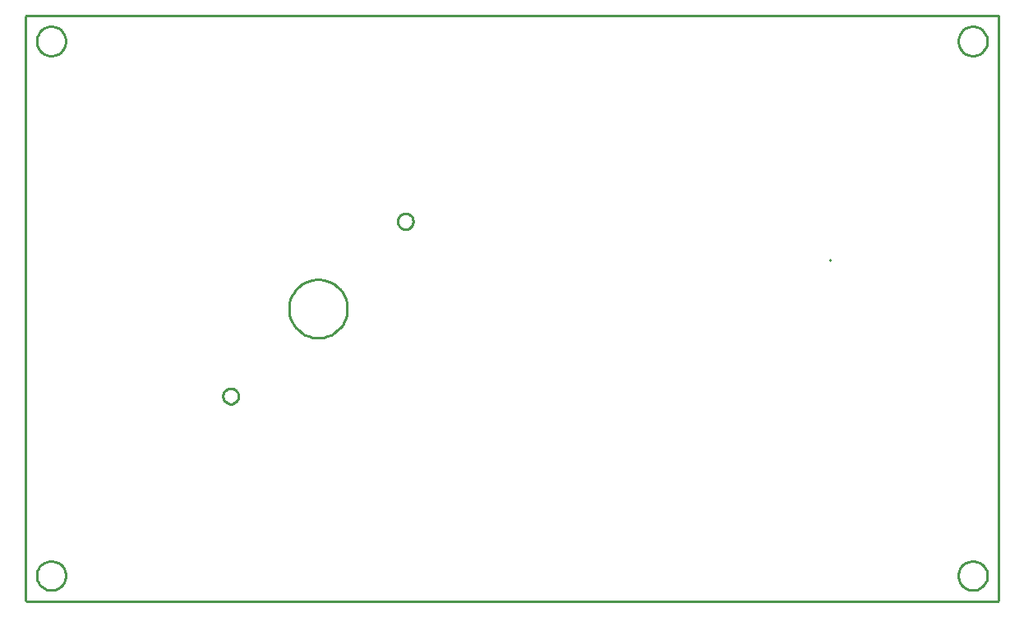
<source format=gm1>
G04*
G04 #@! TF.GenerationSoftware,Altium Limited,Altium Designer,19.1.7 (138)*
G04*
G04 Layer_Color=16711935*
%FSTAX24Y24*%
%MOIN*%
G70*
G01*
G75*
%ADD10C,0.0100*%
D10*
X042567Y023787D02*
X042571Y023783D01*
X009988Y0337D02*
X04938D01*
X011042Y011575D02*
X011157Y011552D01*
X011264Y011508D01*
X011361Y011443D01*
X011443Y011361D01*
X011508Y011264D01*
X011552Y011157D01*
X011575Y011042D01*
Y010984D02*
Y011042D01*
Y010926D02*
Y010984D01*
X011552Y010812D02*
X011575Y010926D01*
X011508Y010705D02*
X011552Y010812D01*
X011443Y010608D02*
X011508Y010705D01*
X011361Y010526D02*
X011443Y010608D01*
X011264Y010461D02*
X011361Y010526D01*
X011157Y010416D02*
X011264Y010461D01*
X011042Y010394D02*
X011157Y010416D01*
X010926Y010394D02*
X011042D01*
X010812Y010416D02*
X010926Y010394D01*
X010705Y010461D02*
X010812Y010416D01*
X010608Y010526D02*
X010705Y010461D01*
X010526Y010608D02*
X010608Y010526D01*
X010461Y010705D02*
X010526Y010608D01*
X010416Y010812D02*
X010461Y010705D01*
X010394Y010926D02*
X010416Y010812D01*
X010394Y010926D02*
Y010984D01*
Y011042D01*
X010416Y011157D01*
X010461Y011264D01*
X010526Y011361D01*
X010608Y011443D01*
X010705Y011508D01*
X010812Y011552D01*
X010926Y011575D01*
X011042D01*
X048424D02*
X048538Y011552D01*
X048645Y011508D01*
X048742Y011443D01*
X048824Y011361D01*
X048889Y011264D01*
X048934Y011157D01*
X048956Y011042D01*
Y010984D02*
Y011042D01*
Y010926D02*
Y010984D01*
X048934Y010812D02*
X048956Y010926D01*
X048889Y010705D02*
X048934Y010812D01*
X048824Y010608D02*
X048889Y010705D01*
X048742Y010526D02*
X048824Y010608D01*
X048645Y010461D02*
X048742Y010526D01*
X048538Y010416D02*
X048645Y010461D01*
X048424Y010394D02*
X048538Y010416D01*
X048308Y010394D02*
X048424D01*
X048193Y010416D02*
X048308Y010394D01*
X048086Y010461D02*
X048193Y010416D01*
X047989Y010526D02*
X048086Y010461D01*
X047907Y010608D02*
X047989Y010526D01*
X047842Y010705D02*
X047907Y010608D01*
X047798Y010812D02*
X047842Y010705D01*
X047775Y010926D02*
X047798Y010812D01*
X047775Y010926D02*
Y010984D01*
Y011042D01*
X047798Y011157D01*
X047842Y011264D01*
X047907Y011361D01*
X047989Y011443D01*
X048086Y011508D01*
X048193Y011552D01*
X048308Y011575D01*
X048424D01*
X018299Y018583D02*
X01836Y018571D01*
X018417Y018547D01*
X018468Y018512D01*
X018512Y018468D01*
X018547Y018417D01*
X018571Y01836D01*
X018583Y018299D01*
Y018268D02*
Y018299D01*
Y018237D02*
Y018268D01*
X018571Y018176D02*
X018583Y018237D01*
X018547Y018119D02*
X018571Y018176D01*
X018512Y018067D02*
X018547Y018119D01*
X018468Y018023D02*
X018512Y018067D01*
X018417Y017989D02*
X018468Y018023D01*
X01836Y017965D02*
X018417Y017989D01*
X018299Y017953D02*
X01836Y017965D01*
X018237Y017953D02*
X018299D01*
X018176Y017965D02*
X018237Y017953D01*
X018119Y017989D02*
X018176Y017965D01*
X018067Y018023D02*
X018119Y017989D01*
X018023Y018067D02*
X018067Y018023D01*
X017989Y018119D02*
X018023Y018067D01*
X017965Y018176D02*
X017989Y018119D01*
X017953Y018237D02*
X017965Y018176D01*
X017953Y018237D02*
Y018268D01*
Y018299D01*
X017965Y01836D01*
X017989Y018417D01*
X018023Y018468D01*
X018067Y018512D01*
X018119Y018547D01*
X018176Y018571D01*
X018237Y018583D01*
X018299D01*
X021888Y022992D02*
X022042Y022972D01*
X022191Y022932D01*
X022335Y022873D01*
X022469Y022795D01*
X022591Y022701D01*
X022701Y022591D01*
X022795Y022469D01*
X022873Y022335D01*
X022932Y022191D01*
X022972Y022042D01*
X022992Y021888D01*
Y021811D02*
Y021888D01*
Y021734D02*
Y021811D01*
X022972Y02158D02*
X022992Y021734D01*
X022932Y021431D02*
X022972Y02158D01*
X022873Y021288D02*
X022932Y021431D01*
X022795Y021153D02*
X022873Y021288D01*
X022701Y021031D02*
X022795Y021153D01*
X022591Y020921D02*
X022701Y021031D01*
X022469Y020827D02*
X022591Y020921D01*
X022335Y020749D02*
X022469Y020827D01*
X022191Y02069D02*
X022335Y020749D01*
X022042Y02065D02*
X022191Y02069D01*
X021888Y02063D02*
X022042Y02065D01*
X021734Y02063D02*
X021888D01*
X02158Y02065D02*
X021734Y02063D01*
X021431Y02069D02*
X02158Y02065D01*
X021288Y020749D02*
X021431Y02069D01*
X021153Y020827D02*
X021288Y020749D01*
X021031Y020921D02*
X021153Y020827D01*
X020921Y021031D02*
X021031Y020921D01*
X020827Y021153D02*
X020921Y021031D01*
X020749Y021288D02*
X020827Y021153D01*
X02069Y021431D02*
X020749Y021288D01*
X02065Y02158D02*
X02069Y021431D01*
X02063Y021734D02*
X02065Y02158D01*
X02063Y021734D02*
Y021811D01*
Y021888D01*
X02065Y022042D01*
X02069Y022191D01*
X020749Y022335D01*
X020827Y022469D01*
X020921Y022591D01*
X021031Y022701D01*
X021153Y022795D01*
X021288Y022873D01*
X021431Y022932D01*
X02158Y022972D01*
X021734Y022992D01*
X021888D01*
X025385Y025669D02*
X025446Y025657D01*
X025504Y025633D01*
X025555Y025599D01*
X025599Y025555D01*
X025633Y025504D01*
X025657Y025446D01*
X025669Y025385D01*
Y025354D02*
Y025385D01*
Y025323D02*
Y025354D01*
X025657Y025262D02*
X025669Y025323D01*
X025633Y025205D02*
X025657Y025262D01*
X025599Y025154D02*
X025633Y025205D01*
X025555Y02511D02*
X025599Y025154D01*
X025504Y025075D02*
X025555Y02511D01*
X025446Y025051D02*
X025504Y025075D01*
X025385Y025039D02*
X025446Y025051D01*
X025323Y025039D02*
X025385D01*
X025262Y025051D02*
X025323Y025039D01*
X025205Y025075D02*
X025262Y025051D01*
X025154Y02511D02*
X025205Y025075D01*
X02511Y025154D02*
X025154Y02511D01*
X025075Y025205D02*
X02511Y025154D01*
X025051Y025262D02*
X025075Y025205D01*
X025039Y025323D02*
X025051Y025262D01*
X025039Y025323D02*
Y025354D01*
Y025385D01*
X025051Y025446D01*
X025075Y025504D01*
X02511Y025555D01*
X025154Y025599D01*
X025205Y025633D01*
X025262Y025657D01*
X025323Y025669D01*
X025385D01*
X011042Y033256D02*
X011157Y033234D01*
X011264Y033189D01*
X011361Y033124D01*
X011443Y033042D01*
X011508Y032945D01*
X011552Y032838D01*
X011575Y032724D01*
Y032666D02*
Y032724D01*
Y032608D02*
Y032666D01*
X011552Y032493D02*
X011575Y032608D01*
X011508Y032386D02*
X011552Y032493D01*
X011443Y032289D02*
X011508Y032386D01*
X011361Y032207D02*
X011443Y032289D01*
X011264Y032142D02*
X011361Y032207D01*
X011157Y032098D02*
X011264Y032142D01*
X011042Y032075D02*
X011157Y032098D01*
X010926Y032075D02*
X011042D01*
X010812Y032098D02*
X010926Y032075D01*
X010705Y032142D02*
X010812Y032098D01*
X010608Y032207D02*
X010705Y032142D01*
X010526Y032289D02*
X010608Y032207D01*
X010461Y032386D02*
X010526Y032289D01*
X010416Y032493D02*
X010461Y032386D01*
X010394Y032608D02*
X010416Y032493D01*
X010394Y032608D02*
Y032666D01*
Y032724D01*
X010416Y032838D01*
X010461Y032945D01*
X010526Y033042D01*
X010608Y033124D01*
X010705Y033189D01*
X010812Y033234D01*
X010926Y033256D01*
X011042D01*
X048424D02*
X048538Y033234D01*
X048645Y033189D01*
X048742Y033124D01*
X048824Y033042D01*
X048889Y032945D01*
X048934Y032838D01*
X048956Y032724D01*
Y032666D02*
Y032724D01*
Y032608D02*
Y032666D01*
X048934Y032493D02*
X048956Y032608D01*
X048889Y032386D02*
X048934Y032493D01*
X048824Y032289D02*
X048889Y032386D01*
X048742Y032207D02*
X048824Y032289D01*
X048645Y032142D02*
X048742Y032207D01*
X048538Y032098D02*
X048645Y032142D01*
X048424Y032075D02*
X048538Y032098D01*
X048308Y032075D02*
X048424D01*
X048193Y032098D02*
X048308Y032075D01*
X048086Y032142D02*
X048193Y032098D01*
X047989Y032207D02*
X048086Y032142D01*
X047907Y032289D02*
X047989Y032207D01*
X047842Y032386D02*
X047907Y032289D01*
X047798Y032493D02*
X047842Y032386D01*
X047775Y032608D02*
X047798Y032493D01*
X047775Y032608D02*
Y032666D01*
Y032724D01*
X047798Y032838D01*
X047842Y032945D01*
X047907Y033042D01*
X047989Y033124D01*
X048086Y033189D01*
X048193Y033234D01*
X048308Y033256D01*
X048424D01*
X04938Y0337D02*
X049398Y033693D01*
X009967Y03369D02*
X009988Y0337D01*
X009953Y033671D02*
X009967Y03369D01*
X009949Y033647D02*
X009953Y033671D01*
X009949Y033647D02*
X009952Y033636D01*
X009951Y033631D02*
X009952Y033636D01*
X00995Y033624D02*
X009951Y033631D01*
X00995Y01D02*
Y033624D01*
Y00999D02*
Y01D01*
Y00999D02*
X009957Y009972D01*
X009972Y009957D01*
X00999Y00995D01*
X04938D01*
X049398Y009957D01*
X049413Y009972D01*
X04942Y00999D01*
Y01D01*
X04942Y010005D02*
X04942Y01D01*
X049419Y010012D02*
X04942Y010005D01*
X049419Y010012D02*
X049419Y010019D01*
X04942Y010026D01*
X04942Y03365D02*
X04942Y010026D01*
X04942Y03365D02*
Y03366D01*
X049413Y033678D02*
X04942Y03366D01*
X049398Y033693D02*
X049413Y033678D01*
X011042Y011575D02*
X011157Y011552D01*
X011264Y011508D01*
X011361Y011443D01*
X011443Y011361D01*
X011508Y011264D01*
X011552Y011157D01*
X011575Y011042D01*
Y010984D02*
Y011042D01*
Y010926D02*
Y010984D01*
X011552Y010812D02*
X011575Y010926D01*
X011508Y010705D02*
X011552Y010812D01*
X011443Y010608D02*
X011508Y010705D01*
X011361Y010526D02*
X011443Y010608D01*
X011264Y010461D02*
X011361Y010526D01*
X011157Y010416D02*
X011264Y010461D01*
X011042Y010394D02*
X011157Y010416D01*
X010926Y010394D02*
X011042D01*
X010812Y010416D02*
X010926Y010394D01*
X010705Y010461D02*
X010812Y010416D01*
X010608Y010526D02*
X010705Y010461D01*
X010526Y010608D02*
X010608Y010526D01*
X010461Y010705D02*
X010526Y010608D01*
X010416Y010812D02*
X010461Y010705D01*
X010394Y010926D02*
X010416Y010812D01*
X010394Y010926D02*
Y010984D01*
Y011042D01*
X010416Y011157D01*
X010461Y011264D01*
X010526Y011361D01*
X010608Y011443D01*
X010705Y011508D01*
X010812Y011552D01*
X010926Y011575D01*
X011042D01*
X048424D02*
X048538Y011552D01*
X048645Y011508D01*
X048742Y011443D01*
X048824Y011361D01*
X048889Y011264D01*
X048934Y011157D01*
X048956Y011042D01*
Y010984D02*
Y011042D01*
Y010926D02*
Y010984D01*
X048934Y010812D02*
X048956Y010926D01*
X048889Y010705D02*
X048934Y010812D01*
X048824Y010608D02*
X048889Y010705D01*
X048742Y010526D02*
X048824Y010608D01*
X048645Y010461D02*
X048742Y010526D01*
X048538Y010416D02*
X048645Y010461D01*
X048424Y010394D02*
X048538Y010416D01*
X048308Y010394D02*
X048424D01*
X048193Y010416D02*
X048308Y010394D01*
X048086Y010461D02*
X048193Y010416D01*
X047989Y010526D02*
X048086Y010461D01*
X047907Y010608D02*
X047989Y010526D01*
X047842Y010705D02*
X047907Y010608D01*
X047798Y010812D02*
X047842Y010705D01*
X047775Y010926D02*
X047798Y010812D01*
X047775Y010926D02*
Y010984D01*
Y011042D01*
X047798Y011157D01*
X047842Y011264D01*
X047907Y011361D01*
X047989Y011443D01*
X048086Y011508D01*
X048193Y011552D01*
X048308Y011575D01*
X048424D01*
X018299Y018583D02*
X01836Y018571D01*
X018417Y018547D01*
X018468Y018512D01*
X018512Y018468D01*
X018547Y018417D01*
X018571Y01836D01*
X018583Y018299D01*
Y018268D02*
Y018299D01*
Y018237D02*
Y018268D01*
X018571Y018176D02*
X018583Y018237D01*
X018547Y018119D02*
X018571Y018176D01*
X018512Y018067D02*
X018547Y018119D01*
X018468Y018023D02*
X018512Y018067D01*
X018417Y017989D02*
X018468Y018023D01*
X01836Y017965D02*
X018417Y017989D01*
X018299Y017953D02*
X01836Y017965D01*
X018237Y017953D02*
X018299D01*
X018176Y017965D02*
X018237Y017953D01*
X018119Y017989D02*
X018176Y017965D01*
X018067Y018023D02*
X018119Y017989D01*
X018023Y018067D02*
X018067Y018023D01*
X017989Y018119D02*
X018023Y018067D01*
X017965Y018176D02*
X017989Y018119D01*
X017953Y018237D02*
X017965Y018176D01*
X017953Y018237D02*
Y018268D01*
Y018299D01*
X017965Y01836D01*
X017989Y018417D01*
X018023Y018468D01*
X018067Y018512D01*
X018119Y018547D01*
X018176Y018571D01*
X018237Y018583D01*
X018299D01*
X021888Y022992D02*
X022042Y022972D01*
X022191Y022932D01*
X022335Y022873D01*
X022469Y022795D01*
X022591Y022701D01*
X022701Y022591D01*
X022795Y022469D01*
X022873Y022335D01*
X022932Y022191D01*
X022972Y022042D01*
X022992Y021888D01*
Y021811D02*
Y021888D01*
Y021734D02*
Y021811D01*
X022972Y02158D02*
X022992Y021734D01*
X022932Y021431D02*
X022972Y02158D01*
X022873Y021288D02*
X022932Y021431D01*
X022795Y021153D02*
X022873Y021288D01*
X022701Y021031D02*
X022795Y021153D01*
X022591Y020921D02*
X022701Y021031D01*
X022469Y020827D02*
X022591Y020921D01*
X022335Y020749D02*
X022469Y020827D01*
X022191Y02069D02*
X022335Y020749D01*
X022042Y02065D02*
X022191Y02069D01*
X021888Y02063D02*
X022042Y02065D01*
X021734Y02063D02*
X021888D01*
X02158Y02065D02*
X021734Y02063D01*
X021431Y02069D02*
X02158Y02065D01*
X021288Y020749D02*
X021431Y02069D01*
X021153Y020827D02*
X021288Y020749D01*
X021031Y020921D02*
X021153Y020827D01*
X020921Y021031D02*
X021031Y020921D01*
X020827Y021153D02*
X020921Y021031D01*
X020749Y021288D02*
X020827Y021153D01*
X02069Y021431D02*
X020749Y021288D01*
X02065Y02158D02*
X02069Y021431D01*
X02063Y021734D02*
X02065Y02158D01*
X02063Y021734D02*
Y021811D01*
Y021888D01*
X02065Y022042D01*
X02069Y022191D01*
X020749Y022335D01*
X020827Y022469D01*
X020921Y022591D01*
X021031Y022701D01*
X021153Y022795D01*
X021288Y022873D01*
X021431Y022932D01*
X02158Y022972D01*
X021734Y022992D01*
X021888D01*
X025385Y025669D02*
X025446Y025657D01*
X025504Y025633D01*
X025555Y025599D01*
X025599Y025555D01*
X025633Y025504D01*
X025657Y025446D01*
X025669Y025385D01*
Y025354D02*
Y025385D01*
Y025323D02*
Y025354D01*
X025657Y025262D02*
X025669Y025323D01*
X025633Y025205D02*
X025657Y025262D01*
X025599Y025154D02*
X025633Y025205D01*
X025555Y02511D02*
X025599Y025154D01*
X025504Y025075D02*
X025555Y02511D01*
X025446Y025051D02*
X025504Y025075D01*
X025385Y025039D02*
X025446Y025051D01*
X025323Y025039D02*
X025385D01*
X025262Y025051D02*
X025323Y025039D01*
X025205Y025075D02*
X025262Y025051D01*
X025154Y02511D02*
X025205Y025075D01*
X02511Y025154D02*
X025154Y02511D01*
X025075Y025205D02*
X02511Y025154D01*
X025051Y025262D02*
X025075Y025205D01*
X025039Y025323D02*
X025051Y025262D01*
X025039Y025323D02*
Y025354D01*
Y025385D01*
X025051Y025446D01*
X025075Y025504D01*
X02511Y025555D01*
X025154Y025599D01*
X025205Y025633D01*
X025262Y025657D01*
X025323Y025669D01*
X025385D01*
X011042Y033256D02*
X011157Y033234D01*
X011264Y033189D01*
X011361Y033124D01*
X011443Y033042D01*
X011508Y032945D01*
X011552Y032838D01*
X011575Y032724D01*
Y032666D02*
Y032724D01*
Y032608D02*
Y032666D01*
X011552Y032493D02*
X011575Y032608D01*
X011508Y032386D02*
X011552Y032493D01*
X011443Y032289D02*
X011508Y032386D01*
X011361Y032207D02*
X011443Y032289D01*
X011264Y032142D02*
X011361Y032207D01*
X011157Y032098D02*
X011264Y032142D01*
X011042Y032075D02*
X011157Y032098D01*
X010926Y032075D02*
X011042D01*
X010812Y032098D02*
X010926Y032075D01*
X010705Y032142D02*
X010812Y032098D01*
X010608Y032207D02*
X010705Y032142D01*
X010526Y032289D02*
X010608Y032207D01*
X010461Y032386D02*
X010526Y032289D01*
X010416Y032493D02*
X010461Y032386D01*
X010394Y032608D02*
X010416Y032493D01*
X010394Y032608D02*
Y032666D01*
Y032724D01*
X010416Y032838D01*
X010461Y032945D01*
X010526Y033042D01*
X010608Y033124D01*
X010705Y033189D01*
X010812Y033234D01*
X010926Y033256D01*
X011042D01*
X048424D02*
X048538Y033234D01*
X048645Y033189D01*
X048742Y033124D01*
X048824Y033042D01*
X048889Y032945D01*
X048934Y032838D01*
X048956Y032724D01*
Y032666D02*
Y032724D01*
Y032608D02*
Y032666D01*
X048934Y032493D02*
X048956Y032608D01*
X048889Y032386D02*
X048934Y032493D01*
X048824Y032289D02*
X048889Y032386D01*
X048742Y032207D02*
X048824Y032289D01*
X048645Y032142D02*
X048742Y032207D01*
X048538Y032098D02*
X048645Y032142D01*
X048424Y032075D02*
X048538Y032098D01*
X048308Y032075D02*
X048424D01*
X048193Y032098D02*
X048308Y032075D01*
X048086Y032142D02*
X048193Y032098D01*
X047989Y032207D02*
X048086Y032142D01*
X047907Y032289D02*
X047989Y032207D01*
X047842Y032386D02*
X047907Y032289D01*
X047798Y032493D02*
X047842Y032386D01*
X047775Y032608D02*
X047798Y032493D01*
X047775Y032608D02*
Y032666D01*
Y032724D01*
X047798Y032838D01*
X047842Y032945D01*
X047907Y033042D01*
X047989Y033124D01*
X048086Y033189D01*
X048193Y033234D01*
X048308Y033256D01*
X048424D01*
X04938Y0337D02*
X049398Y033693D01*
X009988Y0337D02*
X04938D01*
X009967Y03369D02*
X009988Y0337D01*
X009953Y033671D02*
X009967Y03369D01*
X009949Y033647D02*
X009953Y033671D01*
X009949Y033647D02*
X009952Y033636D01*
X009951Y033631D02*
X009952Y033636D01*
X00995Y033624D02*
X009951Y033631D01*
X00995Y01D02*
Y033624D01*
Y00999D02*
Y01D01*
Y00999D02*
X009957Y009972D01*
X009972Y009957D01*
X00999Y00995D01*
X04938D01*
X049398Y009957D01*
X049413Y009972D01*
X04942Y00999D01*
Y01D01*
X04942Y010005D02*
X04942Y01D01*
X049419Y010012D02*
X04942Y010005D01*
X049419Y010012D02*
X049419Y010019D01*
X04942Y010026D01*
X04942Y03365D02*
X04942Y010026D01*
X04942Y03365D02*
Y03366D01*
X049413Y033678D02*
X04942Y03366D01*
X049398Y033693D02*
X049413Y033678D01*
M02*

</source>
